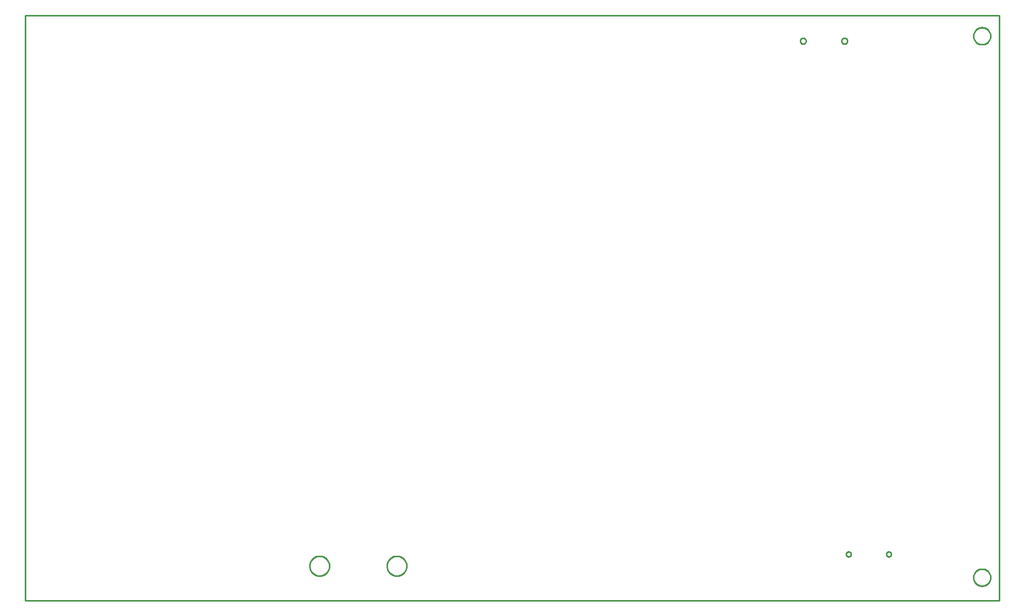
<source format=gbr>
G04 EAGLE Gerber RS-274X export*
G75*
%MOMM*%
%FSLAX34Y34*%
%LPD*%
%IN*%
%IPPOS*%
%AMOC8*
5,1,8,0,0,1.08239X$1,22.5*%
G01*
%ADD10C,0.254000*%


D10*
X0Y0D02*
X1600000Y0D01*
X1600000Y961900D01*
X0Y961900D01*
X0Y0D01*
X1586000Y37500D02*
X1585929Y36503D01*
X1585786Y35513D01*
X1585574Y34536D01*
X1585292Y33576D01*
X1584943Y32639D01*
X1584527Y31729D01*
X1584048Y30852D01*
X1583507Y30010D01*
X1582908Y29210D01*
X1582253Y28454D01*
X1581546Y27747D01*
X1580790Y27092D01*
X1579990Y26493D01*
X1579148Y25952D01*
X1578271Y25473D01*
X1577361Y25057D01*
X1576424Y24708D01*
X1575465Y24426D01*
X1574487Y24214D01*
X1573498Y24071D01*
X1572500Y24000D01*
X1571500Y24000D01*
X1570503Y24071D01*
X1569513Y24214D01*
X1568536Y24426D01*
X1567576Y24708D01*
X1566639Y25057D01*
X1565729Y25473D01*
X1564852Y25952D01*
X1564010Y26493D01*
X1563210Y27092D01*
X1562454Y27747D01*
X1561747Y28454D01*
X1561092Y29210D01*
X1560493Y30010D01*
X1559952Y30852D01*
X1559473Y31729D01*
X1559057Y32639D01*
X1558708Y33576D01*
X1558426Y34536D01*
X1558214Y35513D01*
X1558071Y36503D01*
X1558000Y37500D01*
X1558000Y38500D01*
X1558071Y39498D01*
X1558214Y40487D01*
X1558426Y41465D01*
X1558708Y42424D01*
X1559057Y43361D01*
X1559473Y44271D01*
X1559952Y45148D01*
X1560493Y45990D01*
X1561092Y46790D01*
X1561747Y47546D01*
X1562454Y48253D01*
X1563210Y48908D01*
X1564010Y49507D01*
X1564852Y50048D01*
X1565729Y50527D01*
X1566639Y50943D01*
X1567576Y51292D01*
X1568536Y51574D01*
X1569513Y51786D01*
X1570503Y51929D01*
X1571500Y52000D01*
X1572500Y52000D01*
X1573498Y51929D01*
X1574487Y51786D01*
X1575465Y51574D01*
X1576424Y51292D01*
X1577361Y50943D01*
X1578271Y50527D01*
X1579148Y50048D01*
X1579990Y49507D01*
X1580790Y48908D01*
X1581546Y48253D01*
X1582253Y47546D01*
X1582908Y46790D01*
X1583507Y45990D01*
X1584048Y45148D01*
X1584527Y44271D01*
X1584943Y43361D01*
X1585292Y42424D01*
X1585574Y41465D01*
X1585786Y40487D01*
X1585929Y39498D01*
X1586000Y38500D01*
X1586000Y37500D01*
X1586000Y927500D02*
X1585929Y926503D01*
X1585786Y925513D01*
X1585574Y924536D01*
X1585292Y923576D01*
X1584943Y922639D01*
X1584527Y921729D01*
X1584048Y920852D01*
X1583507Y920010D01*
X1582908Y919210D01*
X1582253Y918454D01*
X1581546Y917747D01*
X1580790Y917092D01*
X1579990Y916493D01*
X1579148Y915952D01*
X1578271Y915473D01*
X1577361Y915057D01*
X1576424Y914708D01*
X1575465Y914426D01*
X1574487Y914214D01*
X1573498Y914071D01*
X1572500Y914000D01*
X1571500Y914000D01*
X1570503Y914071D01*
X1569513Y914214D01*
X1568536Y914426D01*
X1567576Y914708D01*
X1566639Y915057D01*
X1565729Y915473D01*
X1564852Y915952D01*
X1564010Y916493D01*
X1563210Y917092D01*
X1562454Y917747D01*
X1561747Y918454D01*
X1561092Y919210D01*
X1560493Y920010D01*
X1559952Y920852D01*
X1559473Y921729D01*
X1559057Y922639D01*
X1558708Y923576D01*
X1558426Y924536D01*
X1558214Y925513D01*
X1558071Y926503D01*
X1558000Y927500D01*
X1558000Y928500D01*
X1558071Y929498D01*
X1558214Y930487D01*
X1558426Y931465D01*
X1558708Y932424D01*
X1559057Y933361D01*
X1559473Y934271D01*
X1559952Y935148D01*
X1560493Y935990D01*
X1561092Y936790D01*
X1561747Y937546D01*
X1562454Y938253D01*
X1563210Y938908D01*
X1564010Y939507D01*
X1564852Y940048D01*
X1565729Y940527D01*
X1566639Y940943D01*
X1567576Y941292D01*
X1568536Y941574D01*
X1569513Y941786D01*
X1570503Y941929D01*
X1571500Y942000D01*
X1572500Y942000D01*
X1573498Y941929D01*
X1574487Y941786D01*
X1575465Y941574D01*
X1576424Y941292D01*
X1577361Y940943D01*
X1578271Y940527D01*
X1579148Y940048D01*
X1579990Y939507D01*
X1580790Y938908D01*
X1581546Y938253D01*
X1582253Y937546D01*
X1582908Y936790D01*
X1583507Y935990D01*
X1584048Y935148D01*
X1584527Y934271D01*
X1584943Y933361D01*
X1585292Y932424D01*
X1585574Y931465D01*
X1585786Y930487D01*
X1585929Y929498D01*
X1586000Y928500D01*
X1586000Y927500D01*
X1356900Y75938D02*
X1356832Y75418D01*
X1356696Y74911D01*
X1356495Y74427D01*
X1356233Y73973D01*
X1355914Y73557D01*
X1355543Y73186D01*
X1355127Y72867D01*
X1354673Y72605D01*
X1354189Y72404D01*
X1353682Y72268D01*
X1353162Y72200D01*
X1352638Y72200D01*
X1352118Y72268D01*
X1351611Y72404D01*
X1351127Y72605D01*
X1350673Y72867D01*
X1350257Y73186D01*
X1349886Y73557D01*
X1349567Y73973D01*
X1349305Y74427D01*
X1349104Y74911D01*
X1348968Y75418D01*
X1348900Y75938D01*
X1348900Y76462D01*
X1348968Y76982D01*
X1349104Y77489D01*
X1349305Y77973D01*
X1349567Y78427D01*
X1349886Y78843D01*
X1350257Y79214D01*
X1350673Y79533D01*
X1351127Y79795D01*
X1351611Y79996D01*
X1352118Y80132D01*
X1352638Y80200D01*
X1353162Y80200D01*
X1353682Y80132D01*
X1354189Y79996D01*
X1354673Y79795D01*
X1355127Y79533D01*
X1355543Y79214D01*
X1355914Y78843D01*
X1356233Y78427D01*
X1356495Y77973D01*
X1356696Y77489D01*
X1356832Y76982D01*
X1356900Y76462D01*
X1356900Y75938D01*
X1422900Y75938D02*
X1422832Y75418D01*
X1422696Y74911D01*
X1422495Y74427D01*
X1422233Y73973D01*
X1421914Y73557D01*
X1421543Y73186D01*
X1421127Y72867D01*
X1420673Y72605D01*
X1420189Y72404D01*
X1419682Y72268D01*
X1419162Y72200D01*
X1418638Y72200D01*
X1418118Y72268D01*
X1417611Y72404D01*
X1417127Y72605D01*
X1416673Y72867D01*
X1416257Y73186D01*
X1415886Y73557D01*
X1415567Y73973D01*
X1415305Y74427D01*
X1415104Y74911D01*
X1414968Y75418D01*
X1414900Y75938D01*
X1414900Y76462D01*
X1414968Y76982D01*
X1415104Y77489D01*
X1415305Y77973D01*
X1415567Y78427D01*
X1415886Y78843D01*
X1416257Y79214D01*
X1416673Y79533D01*
X1417127Y79795D01*
X1417611Y79996D01*
X1418118Y80132D01*
X1418638Y80200D01*
X1419162Y80200D01*
X1419682Y80132D01*
X1420189Y79996D01*
X1420673Y79795D01*
X1421127Y79533D01*
X1421543Y79214D01*
X1421914Y78843D01*
X1422233Y78427D01*
X1422495Y77973D01*
X1422696Y77489D01*
X1422832Y76982D01*
X1422900Y76462D01*
X1422900Y75938D01*
X1341256Y920107D02*
X1341316Y920637D01*
X1341434Y921157D01*
X1341611Y921661D01*
X1341842Y922141D01*
X1342126Y922593D01*
X1342459Y923010D01*
X1342836Y923387D01*
X1343253Y923720D01*
X1343705Y924004D01*
X1344185Y924235D01*
X1344689Y924412D01*
X1345209Y924530D01*
X1345739Y924590D01*
X1346273Y924590D01*
X1346803Y924530D01*
X1347323Y924412D01*
X1347827Y924235D01*
X1348307Y924004D01*
X1348759Y923720D01*
X1349176Y923387D01*
X1349553Y923010D01*
X1349886Y922593D01*
X1350170Y922141D01*
X1350401Y921661D01*
X1350578Y921157D01*
X1350696Y920637D01*
X1350756Y920107D01*
X1350756Y919573D01*
X1350696Y919043D01*
X1350578Y918523D01*
X1350401Y918019D01*
X1350170Y917539D01*
X1349886Y917087D01*
X1349553Y916670D01*
X1349176Y916293D01*
X1348759Y915960D01*
X1348307Y915676D01*
X1347827Y915445D01*
X1347323Y915268D01*
X1346803Y915150D01*
X1346273Y915090D01*
X1345739Y915090D01*
X1345209Y915150D01*
X1344689Y915268D01*
X1344185Y915445D01*
X1343705Y915676D01*
X1343253Y915960D01*
X1342836Y916293D01*
X1342459Y916670D01*
X1342126Y917087D01*
X1341842Y917539D01*
X1341611Y918019D01*
X1341434Y918523D01*
X1341316Y919043D01*
X1341256Y919573D01*
X1341256Y920107D01*
X1273256Y920107D02*
X1273316Y920637D01*
X1273434Y921157D01*
X1273611Y921661D01*
X1273842Y922141D01*
X1274126Y922593D01*
X1274459Y923010D01*
X1274836Y923387D01*
X1275253Y923720D01*
X1275705Y924004D01*
X1276185Y924235D01*
X1276689Y924412D01*
X1277209Y924530D01*
X1277739Y924590D01*
X1278273Y924590D01*
X1278803Y924530D01*
X1279323Y924412D01*
X1279827Y924235D01*
X1280307Y924004D01*
X1280759Y923720D01*
X1281176Y923387D01*
X1281553Y923010D01*
X1281886Y922593D01*
X1282170Y922141D01*
X1282401Y921661D01*
X1282578Y921157D01*
X1282696Y920637D01*
X1282756Y920107D01*
X1282756Y919573D01*
X1282696Y919043D01*
X1282578Y918523D01*
X1282401Y918019D01*
X1282170Y917539D01*
X1281886Y917087D01*
X1281553Y916670D01*
X1281176Y916293D01*
X1280759Y915960D01*
X1280307Y915676D01*
X1279827Y915445D01*
X1279323Y915268D01*
X1278803Y915150D01*
X1278273Y915090D01*
X1277739Y915090D01*
X1277209Y915150D01*
X1276689Y915268D01*
X1276185Y915445D01*
X1275705Y915676D01*
X1275253Y915960D01*
X1274836Y916293D01*
X1274459Y916670D01*
X1274126Y917087D01*
X1273842Y917539D01*
X1273611Y918019D01*
X1273434Y918523D01*
X1273316Y919043D01*
X1273256Y919573D01*
X1273256Y920107D01*
X499750Y56318D02*
X499680Y55256D01*
X499542Y54202D01*
X499334Y53158D01*
X499059Y52130D01*
X498717Y51123D01*
X498309Y50140D01*
X497839Y49186D01*
X497307Y48264D01*
X496716Y47380D01*
X496068Y46536D01*
X495367Y45736D01*
X494614Y44983D01*
X493814Y44282D01*
X492970Y43634D01*
X492086Y43043D01*
X491164Y42511D01*
X490210Y42041D01*
X489227Y41633D01*
X488220Y41291D01*
X487192Y41016D01*
X486148Y40808D01*
X485094Y40670D01*
X484032Y40600D01*
X482968Y40600D01*
X481906Y40670D01*
X480852Y40808D01*
X479808Y41016D01*
X478780Y41291D01*
X477773Y41633D01*
X476790Y42041D01*
X475836Y42511D01*
X474914Y43043D01*
X474030Y43634D01*
X473186Y44282D01*
X472386Y44983D01*
X471633Y45736D01*
X470932Y46536D01*
X470284Y47380D01*
X469693Y48264D01*
X469161Y49186D01*
X468691Y50140D01*
X468283Y51123D01*
X467941Y52130D01*
X467666Y53158D01*
X467458Y54202D01*
X467320Y55256D01*
X467250Y56318D01*
X467250Y57382D01*
X467320Y58444D01*
X467458Y59498D01*
X467666Y60542D01*
X467941Y61570D01*
X468283Y62577D01*
X468691Y63560D01*
X469161Y64514D01*
X469693Y65436D01*
X470284Y66320D01*
X470932Y67164D01*
X471633Y67964D01*
X472386Y68717D01*
X473186Y69418D01*
X474030Y70066D01*
X474914Y70657D01*
X475836Y71189D01*
X476790Y71659D01*
X477773Y72067D01*
X478780Y72409D01*
X479808Y72684D01*
X480852Y72892D01*
X481906Y73030D01*
X482968Y73100D01*
X484032Y73100D01*
X485094Y73030D01*
X486148Y72892D01*
X487192Y72684D01*
X488220Y72409D01*
X489227Y72067D01*
X490210Y71659D01*
X491164Y71189D01*
X492086Y70657D01*
X492970Y70066D01*
X493814Y69418D01*
X494614Y68717D01*
X495367Y67964D01*
X496068Y67164D01*
X496716Y66320D01*
X497307Y65436D01*
X497839Y64514D01*
X498309Y63560D01*
X498717Y62577D01*
X499059Y61570D01*
X499334Y60542D01*
X499542Y59498D01*
X499680Y58444D01*
X499750Y57382D01*
X499750Y56318D01*
X626750Y56318D02*
X626680Y55256D01*
X626542Y54202D01*
X626334Y53158D01*
X626059Y52130D01*
X625717Y51123D01*
X625309Y50140D01*
X624839Y49186D01*
X624307Y48264D01*
X623716Y47380D01*
X623068Y46536D01*
X622367Y45736D01*
X621614Y44983D01*
X620814Y44282D01*
X619970Y43634D01*
X619086Y43043D01*
X618164Y42511D01*
X617210Y42041D01*
X616227Y41633D01*
X615220Y41291D01*
X614192Y41016D01*
X613148Y40808D01*
X612094Y40670D01*
X611032Y40600D01*
X609968Y40600D01*
X608906Y40670D01*
X607852Y40808D01*
X606808Y41016D01*
X605780Y41291D01*
X604773Y41633D01*
X603790Y42041D01*
X602836Y42511D01*
X601914Y43043D01*
X601030Y43634D01*
X600186Y44282D01*
X599386Y44983D01*
X598633Y45736D01*
X597932Y46536D01*
X597284Y47380D01*
X596693Y48264D01*
X596161Y49186D01*
X595691Y50140D01*
X595283Y51123D01*
X594941Y52130D01*
X594666Y53158D01*
X594458Y54202D01*
X594320Y55256D01*
X594250Y56318D01*
X594250Y57382D01*
X594320Y58444D01*
X594458Y59498D01*
X594666Y60542D01*
X594941Y61570D01*
X595283Y62577D01*
X595691Y63560D01*
X596161Y64514D01*
X596693Y65436D01*
X597284Y66320D01*
X597932Y67164D01*
X598633Y67964D01*
X599386Y68717D01*
X600186Y69418D01*
X601030Y70066D01*
X601914Y70657D01*
X602836Y71189D01*
X603790Y71659D01*
X604773Y72067D01*
X605780Y72409D01*
X606808Y72684D01*
X607852Y72892D01*
X608906Y73030D01*
X609968Y73100D01*
X611032Y73100D01*
X612094Y73030D01*
X613148Y72892D01*
X614192Y72684D01*
X615220Y72409D01*
X616227Y72067D01*
X617210Y71659D01*
X618164Y71189D01*
X619086Y70657D01*
X619970Y70066D01*
X620814Y69418D01*
X621614Y68717D01*
X622367Y67964D01*
X623068Y67164D01*
X623716Y66320D01*
X624307Y65436D01*
X624839Y64514D01*
X625309Y63560D01*
X625717Y62577D01*
X626059Y61570D01*
X626334Y60542D01*
X626542Y59498D01*
X626680Y58444D01*
X626750Y57382D01*
X626750Y56318D01*
M02*

</source>
